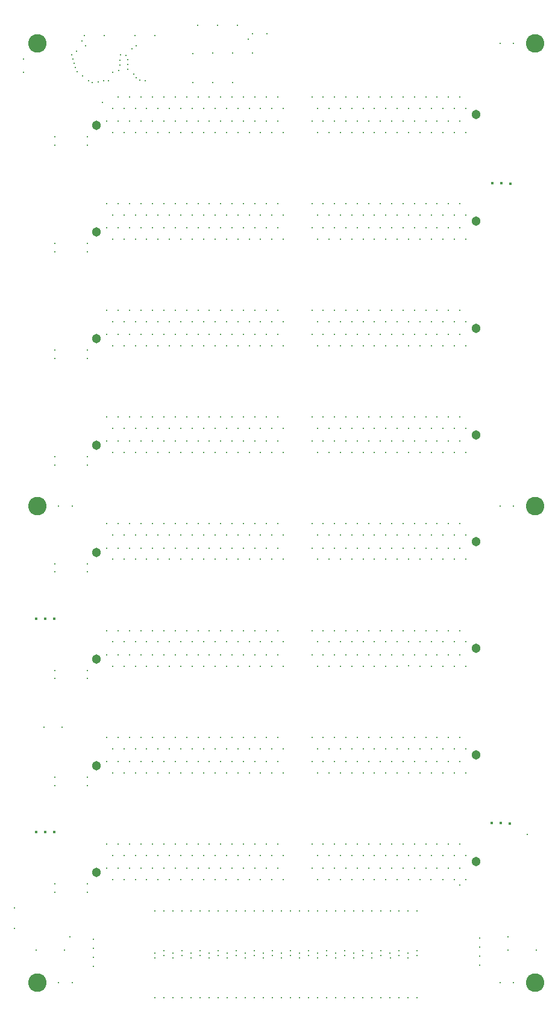
<source format=gbr>
*
%FSLAX26Y26*%
%MOIN*%
%ADD10C,0.009843*%
%ADD11C,0.017717*%
%ADD12C,0.102362*%
%ADD13C,0.051260*%
%IPPOS*%
%LNdrl.gbr*%
%LPD*%
%SRX1Y1I0J0*%
G01*
G75*
G54D10*
X30533Y532500D03*
Y420300D03*
X82633Y5230300D03*
Y5154500D03*
X151533Y297200D03*
X195433Y1533000D03*
X255733Y4753300D03*
Y4162800D03*
Y2981700D03*
Y2391100D03*
Y1800600D03*
Y1210000D03*
Y619500D03*
X255833Y4208000D03*
X256033Y4798600D03*
Y3617500D03*
Y3027000D03*
Y2436400D03*
Y1845900D03*
Y1255300D03*
Y664800D03*
X256533Y3572200D03*
X276533Y2755900D03*
Y118100D03*
X294433Y1532000D03*
X309033Y297200D03*
X337433Y372000D03*
X349033Y5251800D03*
X352333Y2755900D03*
Y118100D03*
X355333Y5227300D03*
X361833Y5204500D03*
X369533Y5182000D03*
X375433Y5271900D03*
X377933Y5159800D03*
X405433Y5330000D03*
X409333Y5133700D03*
X420433Y5360000D03*
X426133Y5300700D03*
X434033Y4798600D03*
Y4208000D03*
Y3617500D03*
Y3027000D03*
Y2436400D03*
Y1845900D03*
Y1255300D03*
Y664800D03*
X434533Y4753300D03*
Y1210000D03*
X434733Y4162800D03*
Y3572200D03*
Y2981700D03*
Y2391100D03*
Y1800600D03*
Y619500D03*
X440833Y5108900D03*
X463133Y5097300D03*
X469133Y307900D03*
X470133Y357100D03*
Y258700D03*
Y209400D03*
X496833Y5103000D03*
X517133Y4988200D03*
X524933Y5108200D03*
X530433Y5360000D03*
X543333Y4885800D03*
Y4429100D03*
Y4295200D03*
Y3838500D03*
Y3704700D03*
Y3248000D03*
Y3114100D03*
Y2657400D03*
Y2523600D03*
Y2066900D03*
Y1933000D03*
Y1476300D03*
Y1342500D03*
Y885800D03*
Y751900D03*
X551833Y5110000D03*
X574433Y5155300D03*
X574833Y4956700D03*
Y4822900D03*
Y4366200D03*
Y4232300D03*
Y3775600D03*
Y3641800D03*
Y3185100D03*
Y3051200D03*
Y2594500D03*
Y2460700D03*
Y2004000D03*
Y1870100D03*
Y1413400D03*
Y1279600D03*
Y822900D03*
Y689000D03*
X606333Y4885800D03*
Y4429100D03*
Y4295200D03*
Y3838500D03*
Y3704700D03*
Y3248000D03*
Y3114100D03*
Y2657400D03*
Y2523600D03*
Y2066900D03*
Y1933000D03*
Y1476300D03*
Y1342500D03*
Y885800D03*
Y751900D03*
Y5019300D03*
X609133Y5164400D03*
X614933Y5195800D03*
X616033Y5222600D03*
X618733Y5250800D03*
X637833Y4956700D03*
Y4822900D03*
Y4366200D03*
Y4232300D03*
Y3775600D03*
Y3641800D03*
Y3185100D03*
Y3051200D03*
Y2594500D03*
Y2460700D03*
Y2004000D03*
Y1870100D03*
Y1413400D03*
Y1279600D03*
Y822900D03*
Y689000D03*
X649533Y5248100D03*
X657133Y5197000D03*
Y5224100D03*
X657633Y5170800D03*
X669333Y5019600D03*
Y4885800D03*
Y4429100D03*
Y4295200D03*
Y3838500D03*
Y3704700D03*
Y3248000D03*
Y3114100D03*
Y2657400D03*
Y2523600D03*
Y2066900D03*
Y1933000D03*
Y1476300D03*
Y1342500D03*
Y885800D03*
Y751900D03*
X682133Y5286700D03*
X693333Y5144500D03*
X700433Y5360000D03*
X700833Y4956700D03*
Y4822900D03*
Y4366200D03*
Y4232300D03*
Y3775600D03*
Y3641800D03*
Y3185100D03*
Y3051200D03*
Y2594500D03*
Y2460700D03*
Y2004000D03*
Y1870100D03*
Y1413400D03*
Y1279600D03*
Y822900D03*
Y689000D03*
X705233Y5124000D03*
X706133Y5300700D03*
X724933Y5110700D03*
X732333Y5019600D03*
Y4885800D03*
Y4429100D03*
Y4295200D03*
Y3838500D03*
Y3704700D03*
Y3248000D03*
Y3114100D03*
Y2657400D03*
Y2523600D03*
Y2066900D03*
Y1933000D03*
Y1476300D03*
Y1342500D03*
Y885800D03*
Y751900D03*
X755633Y5109900D03*
X763733Y4956700D03*
Y4822900D03*
Y4366200D03*
Y4232300D03*
Y3775600D03*
Y3641800D03*
Y3185100D03*
Y3051200D03*
Y2594500D03*
Y2460700D03*
Y2004000D03*
Y1870100D03*
Y1413400D03*
Y1279600D03*
Y822900D03*
Y689000D03*
X795233Y5019600D03*
Y4885800D03*
Y4429100D03*
Y4295200D03*
Y3838500D03*
Y3704700D03*
Y3248000D03*
Y3114100D03*
Y2657400D03*
Y2523600D03*
Y2066900D03*
Y1933000D03*
Y1476300D03*
Y1342500D03*
Y885800D03*
Y751900D03*
X810433Y5360000D03*
Y513700D03*
Y282700D03*
Y253700D03*
Y35000D03*
X825833Y689000D03*
X826733Y4956700D03*
Y4822900D03*
Y4366200D03*
Y4232300D03*
Y3775600D03*
Y3641800D03*
Y3185100D03*
Y3051200D03*
Y2594500D03*
Y2460700D03*
Y2004000D03*
Y1870100D03*
Y1413400D03*
Y1279600D03*
Y822900D03*
X858233Y5019600D03*
Y4885800D03*
Y4429100D03*
Y4295200D03*
Y3838500D03*
Y3704700D03*
Y3248000D03*
Y3114100D03*
Y2657400D03*
Y2523600D03*
Y2066900D03*
Y1933000D03*
Y1476300D03*
Y1342500D03*
Y885800D03*
Y751900D03*
X860333Y267300D03*
X860433Y513700D03*
Y295000D03*
Y35000D03*
X889733Y4956700D03*
Y4822900D03*
Y4366200D03*
Y4232300D03*
Y3775600D03*
Y3641800D03*
Y3185100D03*
Y3051200D03*
Y2594500D03*
Y2460700D03*
Y2004000D03*
Y1870100D03*
Y1413400D03*
Y1279600D03*
Y822900D03*
Y689000D03*
X910433Y515000D03*
Y282700D03*
Y255000D03*
Y35000D03*
X921233Y5019600D03*
Y4885800D03*
Y4429100D03*
Y4295200D03*
Y3838500D03*
Y3704700D03*
Y3248000D03*
Y3114100D03*
Y2657400D03*
Y2523600D03*
Y2066900D03*
Y1933000D03*
Y1476300D03*
Y1342500D03*
Y885800D03*
Y751900D03*
X951733Y689000D03*
X952733Y4956700D03*
Y4822900D03*
Y4366200D03*
Y4232300D03*
Y3775600D03*
Y3641800D03*
Y3185100D03*
Y3051200D03*
Y2594500D03*
Y2460700D03*
Y2004000D03*
Y1870100D03*
Y1413400D03*
Y1279600D03*
Y822900D03*
X960333Y267300D03*
X960433Y513700D03*
Y295000D03*
Y35000D03*
X984233Y5019600D03*
Y4885800D03*
Y4429100D03*
Y4295200D03*
Y3838500D03*
Y3704700D03*
Y3248000D03*
Y3114100D03*
Y2657400D03*
Y2523600D03*
Y2066900D03*
Y1933000D03*
Y1476300D03*
Y1342500D03*
Y885800D03*
Y751900D03*
X1010433Y515000D03*
Y282700D03*
Y255000D03*
Y35000D03*
X1015733Y4956700D03*
Y4822900D03*
Y4366200D03*
Y4232300D03*
Y3775600D03*
Y3641800D03*
Y3185100D03*
Y3051200D03*
Y2594500D03*
Y2460700D03*
Y2004000D03*
Y1870100D03*
Y1413400D03*
Y1279600D03*
Y822900D03*
Y689000D03*
X1020433Y5260000D03*
Y5098000D03*
X1045433Y5415000D03*
X1047233Y5019600D03*
Y4885800D03*
Y4429100D03*
Y4295200D03*
Y3838500D03*
Y3704700D03*
Y3248000D03*
Y3114100D03*
Y2657400D03*
Y2523600D03*
Y2066900D03*
Y1933000D03*
Y1476300D03*
Y1342500D03*
Y885800D03*
Y751900D03*
X1060333Y267300D03*
X1060433Y513700D03*
Y295000D03*
Y35000D03*
X1077733Y689000D03*
X1078733Y4956700D03*
Y4822900D03*
Y4366200D03*
Y4232300D03*
Y3775600D03*
Y3641800D03*
Y3185100D03*
Y3051200D03*
Y2594500D03*
Y2460700D03*
Y2004000D03*
Y1870100D03*
Y1413400D03*
Y1279600D03*
Y822900D03*
X1110233Y5019600D03*
Y4885800D03*
Y4429100D03*
Y4295200D03*
Y3838500D03*
Y3704700D03*
Y3248000D03*
Y3114100D03*
Y2657400D03*
Y2523600D03*
Y2066900D03*
Y1933000D03*
Y1476300D03*
Y1342500D03*
Y885800D03*
Y751900D03*
X1110433Y515000D03*
Y282700D03*
Y255000D03*
Y35000D03*
X1130433Y5260600D03*
Y5098000D03*
X1141733Y4956700D03*
Y4822900D03*
Y4366200D03*
Y4232300D03*
Y3775600D03*
Y3641800D03*
Y3185100D03*
Y3051200D03*
Y2594500D03*
Y2460700D03*
Y2004000D03*
Y1870100D03*
Y1413400D03*
Y1279600D03*
Y822900D03*
Y689000D03*
X1155433Y5415000D03*
X1160333Y267300D03*
X1160433Y513700D03*
Y295000D03*
Y35000D03*
X1173233Y5019600D03*
Y4885800D03*
Y4429100D03*
Y4295200D03*
Y3838500D03*
Y3704700D03*
Y3248000D03*
Y3114100D03*
Y2657400D03*
Y2523600D03*
Y2066900D03*
Y1933000D03*
Y1476300D03*
Y1342500D03*
Y885800D03*
Y751900D03*
X1203733Y689000D03*
X1204733Y4956700D03*
Y4822900D03*
Y4366200D03*
Y4232300D03*
Y3775600D03*
Y3641800D03*
Y3185100D03*
Y3051200D03*
Y2594500D03*
Y2460700D03*
Y2004000D03*
Y1870100D03*
Y1413400D03*
Y1279600D03*
Y822900D03*
X1210433Y515000D03*
Y282700D03*
Y255000D03*
Y35000D03*
X1236233Y5019600D03*
Y4885800D03*
Y4429100D03*
Y4295200D03*
Y3838500D03*
Y3704700D03*
Y3248000D03*
Y3114100D03*
Y2657400D03*
Y2523600D03*
Y2066900D03*
Y1933000D03*
Y1476300D03*
Y1342500D03*
Y885800D03*
Y751900D03*
X1240433Y5260600D03*
Y5098000D03*
X1260333Y267300D03*
X1260433Y513700D03*
Y295000D03*
Y35000D03*
X1265433Y5415000D03*
X1267733Y4956700D03*
Y4822900D03*
Y4366200D03*
Y4232300D03*
Y3775600D03*
Y3641800D03*
Y3185100D03*
Y3051200D03*
Y2594500D03*
Y2460700D03*
Y2004000D03*
Y1870100D03*
Y1413400D03*
Y1279600D03*
Y822900D03*
Y689000D03*
X1299233Y5019600D03*
Y4885800D03*
Y4429100D03*
Y4295200D03*
Y3838500D03*
Y3704700D03*
Y3248000D03*
Y3114100D03*
Y2657400D03*
Y2523600D03*
Y2066900D03*
Y1933000D03*
Y1476300D03*
Y1342500D03*
Y885800D03*
Y751900D03*
X1310433Y514600D03*
Y282700D03*
Y254600D03*
Y35000D03*
X1324833Y5339400D03*
X1330733Y4956700D03*
Y4822900D03*
Y4366200D03*
Y4232300D03*
Y3775600D03*
Y3641800D03*
Y3185100D03*
Y3051200D03*
Y2594500D03*
Y2460700D03*
Y2004000D03*
Y1870100D03*
Y1413400D03*
Y1279600D03*
Y822900D03*
Y689000D03*
X1350433Y5370000D03*
Y5261300D03*
X1360333Y267300D03*
X1360433Y513700D03*
Y295000D03*
Y35000D03*
X1362233Y5019600D03*
Y4885800D03*
Y4429100D03*
Y4295200D03*
Y3838500D03*
Y3704700D03*
Y3248000D03*
Y3114100D03*
Y2657400D03*
Y2523600D03*
Y2066900D03*
Y1933000D03*
Y1476300D03*
Y1342500D03*
Y885800D03*
Y751900D03*
X1393733Y4956700D03*
Y4822800D03*
Y4366200D03*
Y4232200D03*
Y3775600D03*
Y3641700D03*
Y3185100D03*
Y3051100D03*
Y2594500D03*
Y2460600D03*
Y2004000D03*
Y1870000D03*
Y1413400D03*
Y1279500D03*
Y822900D03*
Y688900D03*
X1410433Y515000D03*
Y282700D03*
Y255000D03*
Y35000D03*
X1425233Y5019600D03*
Y4885800D03*
Y4429100D03*
Y4295200D03*
Y3838500D03*
Y3704700D03*
Y3248000D03*
Y3114100D03*
Y2657400D03*
Y2523600D03*
Y2066900D03*
Y1933000D03*
Y1476300D03*
Y1342500D03*
Y885800D03*
Y751900D03*
X1430433Y5370000D03*
X1456733Y4956700D03*
Y4822800D03*
Y4366100D03*
Y4232200D03*
Y3775600D03*
Y3641700D03*
Y3185000D03*
Y3051100D03*
Y2594400D03*
Y2460600D03*
Y2003900D03*
Y1870000D03*
Y1413300D03*
Y1279500D03*
Y822800D03*
Y688900D03*
X1460333Y267300D03*
X1460433Y513700D03*
Y295000D03*
Y35000D03*
X1488233Y5019600D03*
Y4885800D03*
Y4429100D03*
Y4295200D03*
Y3838500D03*
Y3704700D03*
Y3248000D03*
Y3114100D03*
Y2657400D03*
Y2523600D03*
Y2066900D03*
Y1933000D03*
Y1476300D03*
Y1342500D03*
Y885800D03*
Y751900D03*
X1510433Y515000D03*
Y282700D03*
Y255000D03*
Y35000D03*
X1519733Y4956700D03*
Y4822800D03*
Y4366100D03*
Y4232200D03*
Y3775600D03*
Y3641700D03*
Y3185000D03*
Y3051100D03*
Y2594400D03*
Y2460600D03*
Y2003900D03*
Y1870000D03*
Y1413300D03*
Y1279500D03*
Y822800D03*
Y688900D03*
X1560333Y267300D03*
X1560433Y513700D03*
Y295000D03*
Y35000D03*
X1610433Y515000D03*
Y282700D03*
Y255000D03*
Y35000D03*
X1660033Y295000D03*
X1660333Y267300D03*
X1660433Y513700D03*
Y35000D03*
X1677133Y5019600D03*
Y4885800D03*
Y4429100D03*
Y4295200D03*
Y3838500D03*
Y3704700D03*
Y3248000D03*
Y3114100D03*
Y2657400D03*
Y2523600D03*
Y2066900D03*
Y1933000D03*
Y1476300D03*
Y1342500D03*
Y885800D03*
Y751900D03*
X1708633Y4956700D03*
Y4822900D03*
Y4366200D03*
Y4232300D03*
Y3775600D03*
Y3641800D03*
Y3185100D03*
Y3051200D03*
Y2594500D03*
Y2460700D03*
Y2004000D03*
Y1870100D03*
Y1413400D03*
Y1279600D03*
Y822900D03*
Y689000D03*
X1710433Y515000D03*
Y282700D03*
Y255000D03*
Y35000D03*
X1740133Y5019600D03*
Y4885800D03*
Y4429100D03*
Y4295200D03*
Y3838500D03*
Y3704700D03*
Y3248000D03*
Y3114100D03*
Y2657400D03*
Y2523600D03*
Y2066900D03*
Y1933000D03*
Y1476300D03*
Y1342500D03*
Y885800D03*
Y751900D03*
X1760333Y267300D03*
X1760433Y513700D03*
Y295400D03*
Y35400D03*
X1771633Y4956700D03*
Y4822900D03*
Y4366200D03*
Y4232300D03*
Y3775600D03*
Y3641800D03*
Y3185100D03*
Y3051200D03*
Y2594500D03*
Y2460700D03*
Y2004000D03*
Y1870100D03*
Y1413400D03*
Y1279600D03*
Y822900D03*
Y689000D03*
X1803133Y5019600D03*
Y4885800D03*
Y4429100D03*
Y4295200D03*
Y3838500D03*
Y3704700D03*
Y3248000D03*
Y3114100D03*
Y2657400D03*
Y2523600D03*
Y2066900D03*
Y1933000D03*
Y1476300D03*
Y1342500D03*
Y885800D03*
Y751900D03*
X1810433Y515000D03*
Y282700D03*
Y255000D03*
Y35000D03*
X1834633Y4956700D03*
Y4822900D03*
Y4366200D03*
Y4232300D03*
Y3775600D03*
Y3641800D03*
Y3185100D03*
Y3051200D03*
Y2594500D03*
Y2460700D03*
Y2004000D03*
Y1870100D03*
Y1413400D03*
Y1279600D03*
Y822900D03*
Y689000D03*
X1860333Y267300D03*
X1860433Y513700D03*
Y295000D03*
Y35000D03*
X1866133Y5019600D03*
Y4885800D03*
Y4429100D03*
Y4295200D03*
Y3838500D03*
Y3704700D03*
Y3248000D03*
Y3114100D03*
Y2657400D03*
Y2523600D03*
Y2066900D03*
Y1933000D03*
Y1476300D03*
Y1342500D03*
Y885800D03*
Y751900D03*
X1897633Y4956700D03*
Y4822900D03*
Y4366200D03*
Y4232300D03*
Y3775600D03*
Y3641800D03*
Y3185100D03*
Y3051200D03*
Y2594500D03*
Y2460700D03*
Y2004000D03*
Y1870100D03*
Y1413400D03*
Y1279600D03*
Y822900D03*
Y689000D03*
X1910433Y515000D03*
Y282700D03*
Y255000D03*
Y35000D03*
X1929133Y5019600D03*
Y4885800D03*
Y4429100D03*
Y4295200D03*
Y3838500D03*
Y3704700D03*
Y3248000D03*
Y3114100D03*
Y2657400D03*
Y2523600D03*
Y2066900D03*
Y1933000D03*
Y1476300D03*
Y1342500D03*
Y885800D03*
Y751900D03*
X1960333Y267300D03*
X1960433Y513700D03*
Y295000D03*
Y35000D03*
X1960633Y4956700D03*
Y4822900D03*
Y4366200D03*
Y4232300D03*
Y3775600D03*
Y3641800D03*
Y3185100D03*
Y3051200D03*
Y2594500D03*
Y2460700D03*
Y2004000D03*
Y1870100D03*
Y1413400D03*
Y1279600D03*
Y822900D03*
Y689000D03*
X1992133Y5019600D03*
Y4885800D03*
Y4429100D03*
Y4295200D03*
Y3838500D03*
Y3704700D03*
Y3248000D03*
Y3114100D03*
Y2657400D03*
Y2523600D03*
Y2066900D03*
Y1933000D03*
Y1476300D03*
Y1342500D03*
Y885800D03*
Y751900D03*
X2010433Y515000D03*
Y282700D03*
Y255000D03*
Y35000D03*
X2023633Y4956700D03*
Y4822900D03*
Y4366200D03*
Y4232300D03*
Y3775600D03*
Y3641800D03*
Y3185100D03*
Y3051200D03*
Y2594500D03*
Y2460700D03*
Y2004000D03*
Y1870100D03*
Y1413400D03*
Y1279600D03*
Y822900D03*
Y689000D03*
X2055133Y5019600D03*
Y4885800D03*
Y4429100D03*
Y4295200D03*
Y3838500D03*
Y3704700D03*
Y3248000D03*
Y3114100D03*
Y2657400D03*
Y2523600D03*
Y2066900D03*
Y1933000D03*
Y1476300D03*
Y1342500D03*
Y885800D03*
Y751900D03*
X2060333Y267300D03*
X2060433Y513700D03*
Y295000D03*
Y35000D03*
X2086633Y4956700D03*
Y4822900D03*
Y4366200D03*
Y4232300D03*
Y3775600D03*
Y3641800D03*
Y3185100D03*
Y3051200D03*
Y2594500D03*
Y2460700D03*
Y2004000D03*
Y1870100D03*
Y1413400D03*
Y1279600D03*
Y822900D03*
Y689000D03*
X2110433Y282700D03*
Y35000D03*
X2111633Y514700D03*
X2112233Y255000D03*
X2118133Y5019600D03*
Y4885800D03*
Y4429100D03*
Y4295200D03*
Y3838500D03*
Y3704700D03*
Y3248000D03*
Y3114100D03*
Y2657400D03*
Y2523600D03*
Y2066900D03*
Y1933000D03*
Y1476300D03*
Y1342500D03*
Y885800D03*
Y751900D03*
X2149633Y4956700D03*
Y4822900D03*
Y4366200D03*
Y4232300D03*
Y3775600D03*
Y3641800D03*
Y3185100D03*
Y3051200D03*
Y2594500D03*
Y2460700D03*
Y2004000D03*
Y1870100D03*
Y1413400D03*
Y1279600D03*
Y822900D03*
Y689000D03*
X2160333Y267300D03*
X2160433Y513700D03*
Y295000D03*
Y35000D03*
X2181133Y5019600D03*
Y4885800D03*
Y4429100D03*
Y4295200D03*
Y3838500D03*
Y3704700D03*
Y3248000D03*
Y3114100D03*
Y2657400D03*
Y2523600D03*
Y2066900D03*
Y1933000D03*
Y1476300D03*
Y1342500D03*
Y885800D03*
Y751900D03*
X2210433Y515000D03*
Y282700D03*
Y255000D03*
Y35000D03*
X2212633Y4956700D03*
Y4823600D03*
Y4366100D03*
Y4233100D03*
Y3775600D03*
Y3642500D03*
Y3185000D03*
Y3052000D03*
Y2594400D03*
Y2461400D03*
Y2003900D03*
Y1870900D03*
Y1413300D03*
Y1280300D03*
Y822800D03*
Y689800D03*
X2244133Y5019600D03*
Y4885800D03*
Y4429100D03*
Y4295200D03*
Y3838500D03*
Y3704700D03*
Y3248000D03*
Y3114100D03*
Y2657400D03*
Y2523600D03*
Y2066900D03*
Y1933000D03*
Y1476300D03*
Y1342500D03*
Y885800D03*
Y751900D03*
X2260333Y267300D03*
X2260433Y515000D03*
Y296300D03*
Y36300D03*
X2275633Y4956700D03*
Y4822900D03*
Y4366200D03*
Y4232300D03*
Y3775600D03*
Y3641800D03*
Y3185100D03*
Y3051200D03*
Y2594500D03*
Y2460700D03*
Y2004000D03*
Y1870100D03*
Y1413400D03*
Y1279600D03*
Y822900D03*
Y689000D03*
X2307133Y5019600D03*
Y4885800D03*
Y4429100D03*
Y4295200D03*
Y3838500D03*
Y3704700D03*
Y3248000D03*
Y3114100D03*
Y2657400D03*
Y2523600D03*
Y2066900D03*
Y1933000D03*
Y1476300D03*
Y1342500D03*
Y885800D03*
Y751900D03*
X2337033Y688900D03*
X2338533Y4956700D03*
Y4822900D03*
Y4366200D03*
Y4232300D03*
Y3775600D03*
Y3641800D03*
Y3185100D03*
Y3051200D03*
Y2594500D03*
Y2460700D03*
Y2004000D03*
Y1870100D03*
Y1413400D03*
Y1279600D03*
Y822900D03*
X2370033Y5019600D03*
Y4885800D03*
Y4429100D03*
Y4295200D03*
Y3838500D03*
Y3704700D03*
Y3248000D03*
Y3114100D03*
Y2657400D03*
Y2523600D03*
Y2066900D03*
Y1933000D03*
Y1476300D03*
Y1342500D03*
Y885800D03*
Y751900D03*
X2401533Y4956700D03*
Y4822900D03*
Y4366200D03*
Y4232300D03*
Y3775600D03*
Y3641800D03*
Y3185100D03*
Y3051200D03*
Y2594500D03*
Y2460700D03*
Y2004000D03*
Y1870100D03*
Y1413400D03*
Y1279600D03*
Y822900D03*
X2401633Y689100D03*
X2433033Y5019600D03*
Y4885800D03*
Y4429100D03*
Y4295200D03*
Y3838500D03*
Y3704700D03*
Y3248000D03*
Y3114100D03*
Y2657400D03*
Y2523600D03*
Y2066900D03*
Y1933000D03*
Y1476300D03*
Y1342500D03*
Y885800D03*
Y751900D03*
X2464533Y4956700D03*
Y4822900D03*
Y4366200D03*
Y4232300D03*
Y3775600D03*
Y3641800D03*
Y3185100D03*
Y3051200D03*
Y2594500D03*
Y2460700D03*
Y2004000D03*
Y1870100D03*
Y1413400D03*
Y1279600D03*
Y822900D03*
Y689000D03*
X2496033Y5019600D03*
Y4885800D03*
Y4429100D03*
Y4295200D03*
Y3838500D03*
Y3704700D03*
Y3248000D03*
Y3114100D03*
Y2657400D03*
Y2523600D03*
Y2066900D03*
Y1933000D03*
Y1476300D03*
Y1342500D03*
Y885800D03*
Y751900D03*
Y657600D03*
X2527533Y4956700D03*
Y4822900D03*
Y4366200D03*
Y4232300D03*
Y3775600D03*
Y3641800D03*
Y3185100D03*
Y3051200D03*
Y2594500D03*
Y2460700D03*
Y2004000D03*
Y1870100D03*
Y1413400D03*
Y1279600D03*
Y822900D03*
Y689000D03*
X2605933Y364000D03*
Y313800D03*
Y265600D03*
Y216300D03*
X2717433Y5315000D03*
Y2755900D03*
Y118100D03*
X2761633Y372000D03*
X2761833Y297200D03*
X2793233Y5315000D03*
Y2755900D03*
Y118100D03*
X2869133Y938000D03*
X2919333Y297200D03*
G54D11*
X152733Y2132900D03*
Y951800D03*
X201733Y2132900D03*
Y951800D03*
X251133Y2131900D03*
Y950800D03*
X2672433Y1001000D03*
X2676333Y4540400D03*
X2721433Y1001000D03*
X2725433Y4540400D03*
X2770833Y1000000D03*
X2774833Y4539400D03*
G54D12*
X157433Y5315000D03*
Y2755900D03*
Y118100D03*
X2913433Y5315000D03*
Y2755900D03*
Y118100D03*
G54D13*
X484233Y4862200D03*
Y4271700D03*
Y3681100D03*
Y3090600D03*
Y2500000D03*
Y1909400D03*
Y1318900D03*
Y728300D03*
X2586633Y4921300D03*
Y4330700D03*
Y3740200D03*
Y3149600D03*
Y2559100D03*
Y1968500D03*
Y1378000D03*
Y787400D03*
M02*

</source>
